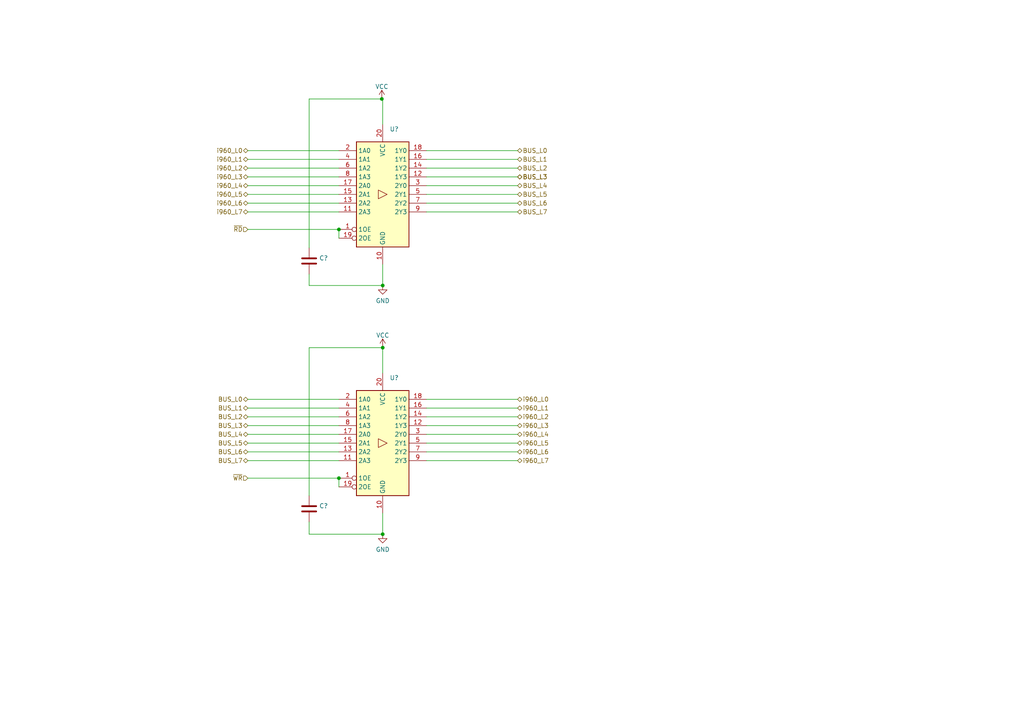
<source format=kicad_sch>
(kicad_sch (version 20211123) (generator eeschema)
  (paper "A4")
  (title_block (title "8Bit Bidirectional Port") (date "2022-05-13") (rev "1") (company "Joshua Scoggins") (comment 1 "Defines a simple 8-bit register") (comment 2 "Direction is controlled externally to only enable the direction bit in one direction at a time"))
  (lib_symbols
    (symbol "74xx:74HC244"
      (property "Reference" "U" (at -7.62 16.51 0))
      (property "Value" "74HC244" (at -7.62 -16.51 0))
      (symbol "74HC244_1_0"
        (polyline (pts (xy 1.27 0) (xy -1.27 1.27) (xy -1.27 -1.27) (xy 1.27 0)) (stroke (width 0.1524)))
        (pin input inverted (at -12.7 -10.16 0) (length 5.08) (name "1OE") (number "1"))
        (pin power_in line (at 0 -20.32 90) (length 5.08) (name "GND") (number "10"))
        (pin input line (at -12.7 -5.08 0) (length 5.08) (name "2A3") (number "11"))
        (pin tri_state line (at 12.7 5.08 180) (length 5.08) (name "1Y3") (number "12"))
        (pin input line (at -12.7 -2.54 0) (length 5.08) (name "2A2") (number "13"))
        (pin tri_state line (at 12.7 7.62 180) (length 5.08) (name "1Y2") (number "14"))
        (pin input line (at -12.7 0 0) (length 5.08) (name "2A1") (number "15"))
        (pin tri_state line (at 12.7 10.16 180) (length 5.08) (name "1Y1") (number "16"))
        (pin input line (at -12.7 2.54 0) (length 5.08) (name "2A0") (number "17"))
        (pin tri_state line (at 12.7 12.7 180) (length 5.08) (name "1Y0") (number "18"))
        (pin input inverted (at -12.7 -12.7 0) (length 5.08) (name "2OE") (number "19"))
        (pin input line (at -12.7 12.7 0) (length 5.08) (name "1A0") (number "2"))
        (pin power_in line (at 0 20.32 270) (length 5.08) (name "VCC") (number "20"))
        (pin tri_state line (at 12.7 2.54 180) (length 5.08) (name "2Y0") (number "3"))
        (pin input line (at -12.7 10.16 0) (length 5.08) (name "1A1") (number "4"))
        (pin tri_state line (at 12.7 0 180) (length 5.08) (name "2Y1") (number "5"))
        (pin input line (at -12.7 7.62 0) (length 5.08) (name "1A2") (number "6"))
        (pin tri_state line (at 12.7 -2.54 180) (length 5.08) (name "2Y2") (number "7"))
        (pin input line (at -12.7 5.08 0) (length 5.08) (name "1A3") (number "8"))
        (pin tri_state line (at 12.7 -5.08 180) (length 5.08) (name "2Y3") (number "9"))
      )
      (symbol "74HC244_1_1"
        (rectangle (start -7.62 15.24) (end 7.62 -15.24) (stroke (width 0.254)) (fill (type background)))
      )
    )
    (symbol "Device:C" (pin_numbers hide) (pin_names (offset 0.254))
      (property "Reference" "C" (at 0.635 2.54 0))
      (property "Value" "C" (at 0.635 -2.54 0))
      (symbol "C_0_1"
        (polyline (pts (xy -2.032 -0.762) (xy 2.032 -0.762)) (stroke (width 0.508)))
        (polyline (pts (xy -2.032 0.762) (xy 2.032 0.762)) (stroke (width 0.508)))
      )
      (symbol "C_1_1"
        (pin passive line (at 0 3.81 270) (length 2.794) (name "~") (number "1"))
        (pin passive line (at 0 -3.81 90) (length 2.794) (name "~") (number "2"))
      )
    )
    (symbol "power:GND" (power) (pin_names (offset 0))
      (property "Value" "GND" (at 0 -3.81 0))
      (symbol "GND_0_1"
        (polyline (pts (xy 0 0) (xy 0 -1.27) (xy 1.27 -1.27) (xy 0 -2.54) (xy -1.27 -1.27) (xy 0 -1.27)))
      )
      (symbol "GND_1_1"
        (pin power_in line (at 0 0 270) (length 0) hide (name "GND") (number "1"))
      )
    )
    (symbol "power:VCC" (power) (pin_names (offset 0))
      (property "Value" "VCC" (at 0 3.81 0))
      (symbol "VCC_0_1"
        (polyline (pts (xy -0.762 1.27) (xy 0 2.54)))
        (polyline (pts (xy 0 0) (xy 0 2.54)))
        (polyline (pts (xy 0 2.54) (xy 0.762 1.27)))
      )
      (symbol "VCC_1_1"
        (pin power_in line (at 0 0 90) (length 0) hide (name "VCC") (number "1"))
      )
    )
  )
  (junction (at 110.998 82.804))
  (junction (at 98.298 138.684))
  (junction (at 110.998 100.838))
  (junction (at 110.744 28.702))
  (junction (at 110.998 154.94))
  (junction (at 98.298 66.548))
  (wire (pts (xy 123.698 58.928) (xy 150.114 58.928)))
  (wire (pts (xy 89.662 154.94) (xy 110.998 154.94)))
  (wire (pts (xy 123.698 43.688) (xy 150.114 43.688)))
  (wire (pts (xy 71.882 128.524) (xy 98.298 128.524)))
  (wire (pts (xy 123.698 125.984) (xy 150.114 125.984)))
  (wire (pts (xy 123.698 118.364) (xy 150.114 118.364)))
  (wire (pts (xy 71.882 58.928) (xy 98.298 58.928)))
  (wire (pts (xy 110.998 82.804) (xy 110.998 76.708)))
  (wire (pts (xy 123.698 123.444) (xy 150.114 123.444)))
  (wire (pts (xy 123.698 46.228) (xy 150.114 46.228)))
  (wire (pts (xy 98.298 66.548) (xy 98.298 69.088)))
  (wire (pts (xy 89.662 151.384) (xy 89.662 154.94)))
  (wire (pts (xy 71.882 133.604) (xy 98.298 133.604)))
  (wire (pts (xy 71.882 66.548) (xy 98.298 66.548)))
  (wire (pts (xy 71.882 125.984) (xy 98.298 125.984)))
  (wire (pts (xy 123.698 131.064) (xy 150.114 131.064)))
  (wire (pts (xy 71.882 131.064) (xy 98.298 131.064)))
  (wire (pts (xy 71.882 115.824) (xy 98.298 115.824)))
  (wire (pts (xy 123.698 53.848) (xy 150.114 53.848)))
  (wire (pts (xy 89.662 79.502) (xy 89.662 82.804)))
  (wire (pts (xy 71.882 123.444) (xy 98.298 123.444)))
  (wire (pts (xy 123.698 115.824) (xy 150.114 115.824)))
  (wire (pts (xy 110.998 154.94) (xy 110.998 148.844)))
  (wire (pts (xy 110.998 28.702) (xy 110.744 28.702)))
  (wire (pts (xy 98.298 138.684) (xy 98.298 141.224)))
  (wire (pts (xy 71.882 43.688) (xy 98.298 43.688)))
  (wire (pts (xy 71.882 56.388) (xy 98.298 56.388)))
  (wire (pts (xy 110.744 28.702) (xy 89.662 28.702)))
  (wire (pts (xy 71.882 120.904) (xy 98.298 120.904)))
  (wire (pts (xy 89.662 28.702) (xy 89.662 71.882)))
  (wire (pts (xy 123.698 133.604) (xy 150.114 133.604)))
  (wire (pts (xy 123.698 128.524) (xy 150.114 128.524)))
  (wire (pts (xy 71.882 53.848) (xy 98.298 53.848)))
  (wire (pts (xy 89.662 100.838) (xy 89.662 143.764)))
  (wire (pts (xy 123.698 61.468) (xy 150.114 61.468)))
  (wire (pts (xy 110.998 108.204) (xy 110.998 100.838)))
  (wire (pts (xy 71.882 46.228) (xy 98.298 46.228)))
  (wire (pts (xy 71.882 48.768) (xy 98.298 48.768)))
  (wire (pts (xy 110.998 100.838) (xy 89.662 100.838)))
  (wire (pts (xy 71.882 138.684) (xy 98.298 138.684)))
  (wire (pts (xy 71.882 51.308) (xy 98.298 51.308)))
  (wire (pts (xy 71.882 61.468) (xy 98.298 61.468)))
  (wire (pts (xy 123.698 48.768) (xy 150.114 48.768)))
  (wire (pts (xy 123.698 56.388) (xy 150.114 56.388)))
  (wire (pts (xy 123.698 120.904) (xy 150.114 120.904)))
  (wire (pts (xy 71.882 118.364) (xy 98.298 118.364)))
  (wire (pts (xy 110.998 36.068) (xy 110.998 28.702)))
  (wire (pts (xy 89.662 82.804) (xy 110.998 82.804)))
  (wire (pts (xy 123.698 51.308) (xy 150.114 51.308)))
  (hierarchical_label "i960_L4" (shape tri_state) (at 150.114 125.984 0))
  (hierarchical_label "BUS_L2" (shape tri_state) (at 71.882 120.904 180))
  (hierarchical_label "~{RD}" (shape input) (at 71.882 66.548 180))
  (hierarchical_label "i960_L3" (shape tri_state) (at 150.114 123.444 0))
  (hierarchical_label "i960_L6" (shape tri_state) (at 71.882 58.928 180))
  (hierarchical_label "i960_L0" (shape tri_state) (at 150.114 115.824 0))
  (hierarchical_label "BUS_L2" (shape tri_state) (at 150.114 48.768 0))
  (hierarchical_label "i960_L2" (shape tri_state) (at 150.114 120.904 0))
  (hierarchical_label "i960_L5" (shape tri_state) (at 150.114 128.524 0))
  (hierarchical_label "i960_L7" (shape tri_state) (at 150.114 133.604 0))
  (hierarchical_label "BUS_L6" (shape tri_state) (at 71.882 131.064 180))
  (hierarchical_label "i960_L5" (shape tri_state) (at 71.882 56.388 180))
  (hierarchical_label "i960_L2" (shape tri_state) (at 71.882 48.768 180))
  (hierarchical_label "BUS_L3" (shape tri_state) (at 150.114 51.308 0))
  (hierarchical_label "BUS_L0" (shape tri_state) (at 150.114 43.688 0))
  (hierarchical_label "BUS_L1" (shape tri_state) (at 150.114 46.228 0))
  (hierarchical_label "i960_L1" (shape tri_state) (at 71.882 46.228 180))
  (hierarchical_label "BUS_L5" (shape tri_state) (at 71.882 128.524 180))
  (hierarchical_label "BUS_L7" (shape tri_state) (at 150.114 61.468 0))
  (hierarchical_label "BUS_L3" (shape tri_state) (at 71.882 123.444 180))
  (hierarchical_label "BUS_L4" (shape tri_state) (at 150.114 53.848 0))
  (hierarchical_label "i960_L4" (shape tri_state) (at 71.882 53.848 180))
  (hierarchical_label "BUS_L0" (shape tri_state) (at 71.882 115.824 180))
  (hierarchical_label "i960_L1" (shape tri_state) (at 150.114 118.364 0))
  (hierarchical_label "BUS_L7" (shape tri_state) (at 71.882 133.604 180))
  (hierarchical_label "i960_L3" (shape tri_state) (at 71.882 51.308 180))
  (hierarchical_label "i960_L0" (shape tri_state) (at 71.882 43.688 180))
  (hierarchical_label "BUS_L1" (shape tri_state) (at 71.882 118.364 180))
  (hierarchical_label "BUS_L4" (shape tri_state) (at 71.882 125.984 180))
  (hierarchical_label "BUS_L3" (shape tri_state) (at 150.114 51.308 0))
  (hierarchical_label "~{WR}" (shape input) (at 71.882 138.684 180))
  (hierarchical_label "BUS_L6" (shape tri_state) (at 150.114 58.928 0))
  (hierarchical_label "i960_L6" (shape tri_state) (at 150.114 131.064 0))
  (hierarchical_label "i960_L7" (shape tri_state) (at 71.882 61.468 180))
  (hierarchical_label "BUS_L5" (shape tri_state) (at 150.114 56.388 0))
  (symbol (lib_id "Device:C") (at 89.662 75.692 0) (unit 1)
    (property "Reference" "C?" (at 92.583 74.8573 0) (effects (justify left)))
  )
  (symbol (lib_id "power:GND") (at 110.998 154.94 0) (unit 1)
    (property "Reference" "#PWR?" (effects hide))
  )
  (symbol (lib_id "power:GND") (at 110.998 82.804 0) (unit 1)
    (property "Reference" "#PWR?" (effects hide))
  )
  (symbol (lib_id "power:VCC") (at 110.998 100.838 0) (unit 1)
    (property "Reference" "#PWR?" (effects hide))
  )
  (symbol (lib_id "74xx:74HC244") (at 110.998 56.388 0) (unit 1)
    (property "Reference" "U?" (at 113.0174 37.4482 0) (effects (justify left)))
    (property "Datasheet" "https://assets.nexperia.com/documents/data-sheet/74HC_HCT244.pdf" (effects hide))
  )
  (symbol (lib_id "74xx:74HC244") (at 110.998 128.524 0) (unit 1)
    (property "Reference" "U?" (at 113.0174 109.5842 0) (effects (justify left)))
    (property "Datasheet" "https://assets.nexperia.com/documents/data-sheet/74HC_HCT244.pdf" (effects hide))
  )
  (symbol (lib_id "Device:C") (at 89.662 147.574 0) (unit 1)
    (property "Reference" "C?" (at 92.583 146.7393 0) (effects (justify left)))
  )
  (symbol (lib_id "power:VCC") (at 110.744 28.702 0) (unit 1)
    (property "Reference" "#PWR?" (effects hide))
  )
)
</source>
